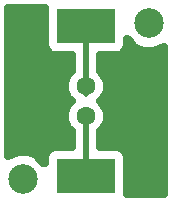
<source format=gtl>
G04 (created by PCBNEW (2013-07-07 BZR 4022)-stable) date 11/9/2013 6:32:22 PM*
%MOIN*%
G04 Gerber Fmt 3.4, Leading zero omitted, Abs format*
%FSLAX34Y34*%
G01*
G70*
G90*
G04 APERTURE LIST*
%ADD10C,0.006*%
%ADD11R,0.19685X0.11811*%
%ADD12C,0.0629921*%
%ADD13C,0.0984252*%
%ADD14C,0.02*%
%ADD15C,0.025*%
G04 APERTURE END LIST*
G54D10*
G54D11*
X29750Y-20750D03*
G54D12*
X29750Y-18750D03*
X29750Y-17750D03*
G54D11*
X29750Y-15750D03*
G54D13*
X31850Y-15650D03*
X27650Y-20850D03*
G54D14*
X29750Y-20750D02*
X29750Y-19000D01*
X29750Y-20750D02*
X29750Y-19000D01*
X29750Y-18000D02*
X29750Y-15750D01*
G54D10*
G36*
X29275Y-19784D02*
X28691Y-19784D01*
X28553Y-19841D01*
X28448Y-19946D01*
X28390Y-20084D01*
X28390Y-20233D01*
X28390Y-20313D01*
X28324Y-20298D01*
X28201Y-20175D01*
X28179Y-20079D01*
X27843Y-19935D01*
X27479Y-19930D01*
X27150Y-20062D01*
X27150Y-15150D01*
X28390Y-15150D01*
X28390Y-15233D01*
X28390Y-16414D01*
X28447Y-16552D01*
X28553Y-16658D01*
X28690Y-16715D01*
X28840Y-16715D01*
X29275Y-16715D01*
X29275Y-17249D01*
X29165Y-17358D01*
X29060Y-17612D01*
X29059Y-17886D01*
X29164Y-18140D01*
X29274Y-18250D01*
X29165Y-18358D01*
X29060Y-18612D01*
X29059Y-18886D01*
X29164Y-19140D01*
X29275Y-19250D01*
X29275Y-19784D01*
X29275Y-19784D01*
G37*
G54D15*
X29275Y-19784D02*
X28691Y-19784D01*
X28553Y-19841D01*
X28448Y-19946D01*
X28390Y-20084D01*
X28390Y-20233D01*
X28390Y-20313D01*
X28324Y-20298D01*
X28201Y-20175D01*
X28179Y-20079D01*
X27843Y-19935D01*
X27479Y-19930D01*
X27150Y-20062D01*
X27150Y-15150D01*
X28390Y-15150D01*
X28390Y-15233D01*
X28390Y-16414D01*
X28447Y-16552D01*
X28553Y-16658D01*
X28690Y-16715D01*
X28840Y-16715D01*
X29275Y-16715D01*
X29275Y-17249D01*
X29165Y-17358D01*
X29060Y-17612D01*
X29059Y-17886D01*
X29164Y-18140D01*
X29274Y-18250D01*
X29165Y-18358D01*
X29060Y-18612D01*
X29059Y-18886D01*
X29164Y-19140D01*
X29275Y-19250D01*
X29275Y-19784D01*
G54D10*
G36*
X32350Y-21350D02*
X31109Y-21350D01*
X31109Y-21266D01*
X31109Y-20085D01*
X31052Y-19947D01*
X30946Y-19841D01*
X30809Y-19784D01*
X30659Y-19784D01*
X30225Y-19784D01*
X30225Y-19250D01*
X30334Y-19141D01*
X30439Y-18887D01*
X30440Y-18613D01*
X30335Y-18359D01*
X30225Y-18249D01*
X30334Y-18141D01*
X30439Y-17887D01*
X30440Y-17613D01*
X30335Y-17359D01*
X30225Y-17249D01*
X30225Y-16715D01*
X30808Y-16715D01*
X30946Y-16658D01*
X31051Y-16553D01*
X31109Y-16415D01*
X31109Y-16266D01*
X31109Y-16186D01*
X31175Y-16201D01*
X31298Y-16324D01*
X31320Y-16420D01*
X31656Y-16564D01*
X32020Y-16569D01*
X32350Y-16437D01*
X32350Y-21350D01*
X32350Y-21350D01*
G37*
G54D15*
X32350Y-21350D02*
X31109Y-21350D01*
X31109Y-21266D01*
X31109Y-20085D01*
X31052Y-19947D01*
X30946Y-19841D01*
X30809Y-19784D01*
X30659Y-19784D01*
X30225Y-19784D01*
X30225Y-19250D01*
X30334Y-19141D01*
X30439Y-18887D01*
X30440Y-18613D01*
X30335Y-18359D01*
X30225Y-18249D01*
X30334Y-18141D01*
X30439Y-17887D01*
X30440Y-17613D01*
X30335Y-17359D01*
X30225Y-17249D01*
X30225Y-16715D01*
X30808Y-16715D01*
X30946Y-16658D01*
X31051Y-16553D01*
X31109Y-16415D01*
X31109Y-16266D01*
X31109Y-16186D01*
X31175Y-16201D01*
X31298Y-16324D01*
X31320Y-16420D01*
X31656Y-16564D01*
X32020Y-16569D01*
X32350Y-16437D01*
X32350Y-21350D01*
M02*

</source>
